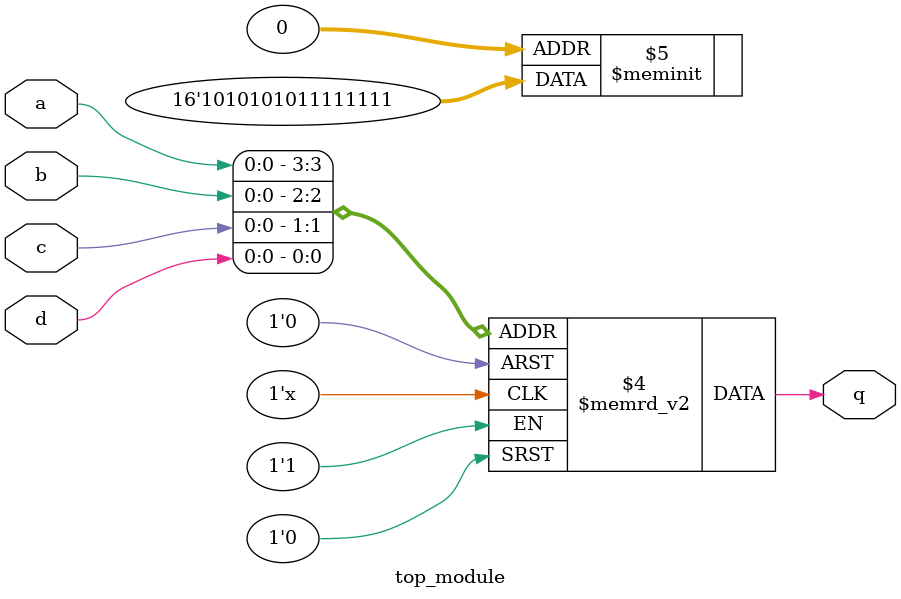
<source format=sv>
module top_module (
    input a, 
    input b, 
    input c, 
    input d,
    output q
);

always @(*) begin
    case ({a, b, c, d})
        4'b0000, 4'b0001, 4'b0010, 4'b0011, 4'b0100, 4'b0101, 4'b0110, 4'b0111, 4'b1001, 4'b1011, 4'b1101, 4'b1111: q = 1'b1;
        4'b1000, 4'b1010, 4'b1100, 4'b1110: q = 1'b0;
        default: q = 1'bx;
    endcase
end

endmodule

</source>
